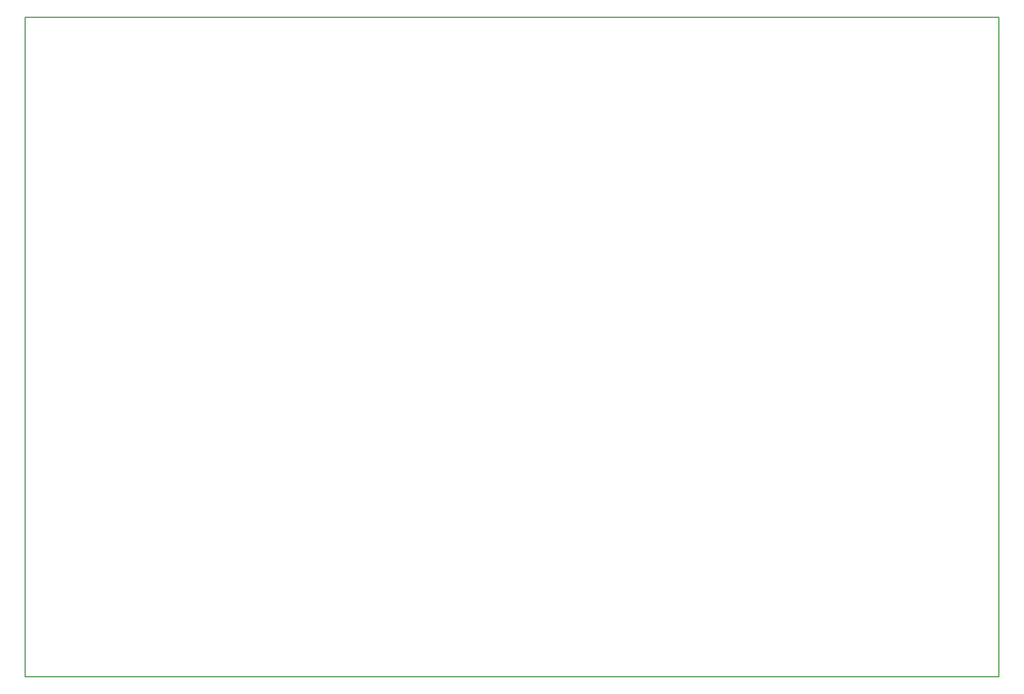
<source format=gko>
G04 Layer_Color=16711935*
%FSLAX44Y44*%
%MOMM*%
G71*
G01*
G75*
%ADD81C,0.2000*%
D81*
X-1574900Y1066900D02*
X100D01*
X-1574900Y-100D02*
Y1066900D01*
Y-100D02*
X100D01*
Y1066900D01*
M02*

</source>
